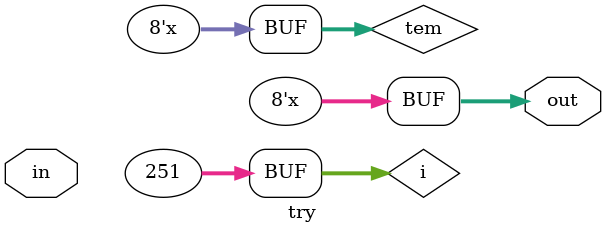
<source format=v>
`timescale 1ns / 1ps
module try(
    input [255:0] in,
    output [7:0] out
    );
	integer i;
	reg [7:0] tem;
	initial tem = 0;
	
	always @* begin 
		for(i=0;i<=250;i=i+1) begin
		//if(in[i]==1)
			tem = tem + 1;
		end
	end
	
	assign out = tem;

endmodule

</source>
